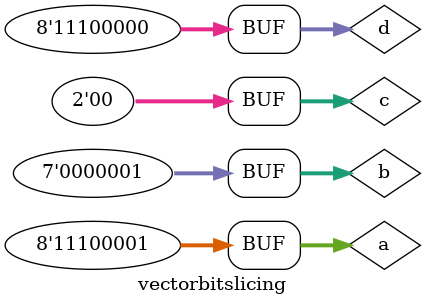
<source format=v>
module vectorbitslicing();
	reg [7:0] a = 0;
	reg [6:0] b = 0;
	reg [7:0] d = 0 ;

	wire [1:0] c;
	// Vectors and Bit Slicing
	assign c[1:0] = a[3:2]; 
	
	initial begin
		$monitor ("a=%d b=%d c=%d d=%d",a,b,c,d);
	end
	
	initial begin
		#1;
		a = 1;
		#1 a= 8'b1111_0101;
		#1 a = 8'b0;
	
		#1 b = 7'b1;
		#1 d[3:0]=a[3:0]; //bit Slicing
		#1 d[7:4]=b[6:3];
	
	
	//concatenation
		#1 a = 8'b0000_1110;
		#1 d = {a[3:0], b[6:3]};
		#1 a = {4'b1110, 4'b0001};
	
	end
	
endmodule
</source>
